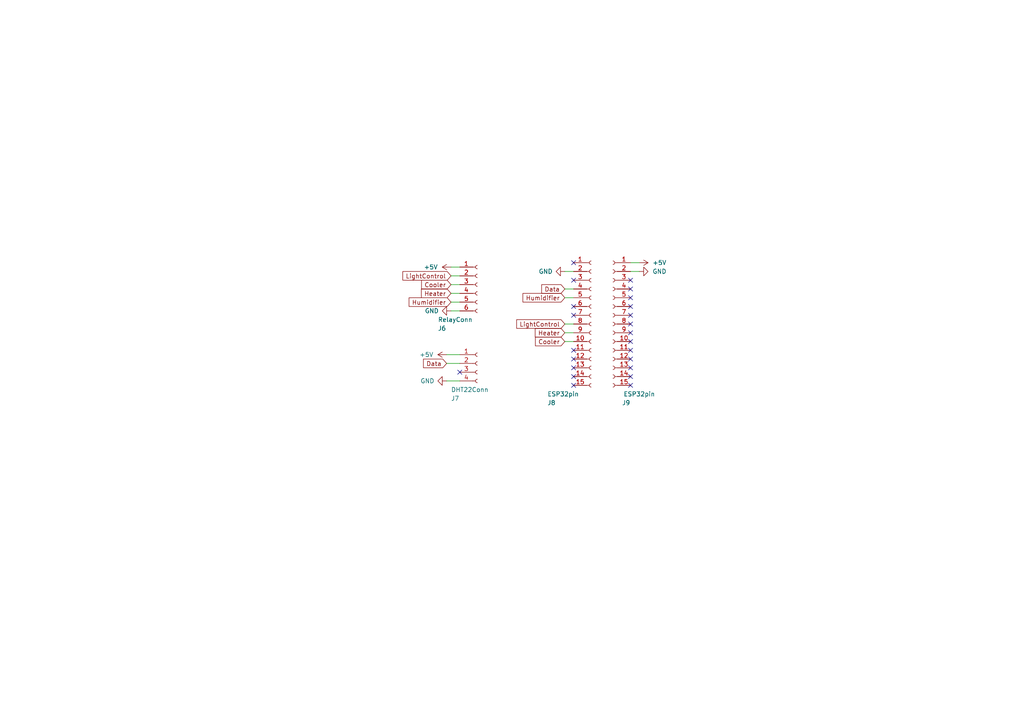
<source format=kicad_sch>
(kicad_sch (version 20211123) (generator eeschema)
  (paper "A4")
  (lib_symbols
    (symbol "Connector:Conn_01x04_Female" (pin_names (offset 1.016) hide)
      (property "Reference" "J" (at 0 5.08 0))
      (property "Value" "Conn_01x04_Female" (at 0 -7.62 0))
      (symbol "Conn_01x04_Female_1_1"
        (arc (start 0 -4.572) (mid -0.508 -5.08) (end 0 -5.588) (stroke (width 0.1524)))
        (arc (start 0 -2.032) (mid -0.508 -2.54) (end 0 -3.048) (stroke (width 0.1524)))
        (polyline (pts (xy -1.27 -5.08) (xy -0.508 -5.08)) (stroke (width 0.1524)))
        (polyline (pts (xy -1.27 -2.54) (xy -0.508 -2.54)) (stroke (width 0.1524)))
        (polyline (pts (xy -1.27 0) (xy -0.508 0)) (stroke (width 0.1524)))
        (polyline (pts (xy -1.27 2.54) (xy -0.508 2.54)) (stroke (width 0.1524)))
        (arc (start 0 0.508) (mid -0.508 0) (end 0 -0.508) (stroke (width 0.1524)))
        (arc (start 0 3.048) (mid -0.508 2.54) (end 0 2.032) (stroke (width 0.1524)))
        (pin passive line (at -5.08 2.54 0) (length 3.81) (name "Pin_1") (number "1"))
        (pin passive line (at -5.08 0 0) (length 3.81) (name "Pin_2") (number "2"))
        (pin passive line (at -5.08 -2.54 0) (length 3.81) (name "Pin_3") (number "3"))
        (pin passive line (at -5.08 -5.08 0) (length 3.81) (name "Pin_4") (number "4"))
      )
    )
    (symbol "Connector:Conn_01x06_Female" (pin_names (offset 1.016) hide)
      (property "Reference" "J" (at 0 7.62 0))
      (property "Value" "Conn_01x06_Female" (at 0 -10.16 0))
      (symbol "Conn_01x06_Female_1_1"
        (arc (start 0 -7.112) (mid -0.508 -7.62) (end 0 -8.128) (stroke (width 0.1524)))
        (arc (start 0 -4.572) (mid -0.508 -5.08) (end 0 -5.588) (stroke (width 0.1524)))
        (arc (start 0 -2.032) (mid -0.508 -2.54) (end 0 -3.048) (stroke (width 0.1524)))
        (polyline (pts (xy -1.27 -7.62) (xy -0.508 -7.62)) (stroke (width 0.1524)))
        (polyline (pts (xy -1.27 -5.08) (xy -0.508 -5.08)) (stroke (width 0.1524)))
        (polyline (pts (xy -1.27 -2.54) (xy -0.508 -2.54)) (stroke (width 0.1524)))
        (polyline (pts (xy -1.27 0) (xy -0.508 0)) (stroke (width 0.1524)))
        (polyline (pts (xy -1.27 2.54) (xy -0.508 2.54)) (stroke (width 0.1524)))
        (polyline (pts (xy -1.27 5.08) (xy -0.508 5.08)) (stroke (width 0.1524)))
        (arc (start 0 0.508) (mid -0.508 0) (end 0 -0.508) (stroke (width 0.1524)))
        (arc (start 0 3.048) (mid -0.508 2.54) (end 0 2.032) (stroke (width 0.1524)))
        (arc (start 0 5.588) (mid -0.508 5.08) (end 0 4.572) (stroke (width 0.1524)))
        (pin passive line (at -5.08 5.08 0) (length 3.81) (name "Pin_1") (number "1"))
        (pin passive line (at -5.08 2.54 0) (length 3.81) (name "Pin_2") (number "2"))
        (pin passive line (at -5.08 0 0) (length 3.81) (name "Pin_3") (number "3"))
        (pin passive line (at -5.08 -2.54 0) (length 3.81) (name "Pin_4") (number "4"))
        (pin passive line (at -5.08 -5.08 0) (length 3.81) (name "Pin_5") (number "5"))
        (pin passive line (at -5.08 -7.62 0) (length 3.81) (name "Pin_6") (number "6"))
      )
    )
    (symbol "Connector:Conn_01x15_Female" (pin_names (offset 1.016) hide)
      (property "Reference" "J" (at 0 20.32 0))
      (property "Value" "Conn_01x15_Female" (at 0 -20.32 0))
      (symbol "Conn_01x15_Female_1_1"
        (arc (start 0 -17.272) (mid -0.508 -17.78) (end 0 -18.288) (stroke (width 0.1524)))
        (arc (start 0 -14.732) (mid -0.508 -15.24) (end 0 -15.748) (stroke (width 0.1524)))
        (arc (start 0 -12.192) (mid -0.508 -12.7) (end 0 -13.208) (stroke (width 0.1524)))
        (arc (start 0 -9.652) (mid -0.508 -10.16) (end 0 -10.668) (stroke (width 0.1524)))
        (arc (start 0 -7.112) (mid -0.508 -7.62) (end 0 -8.128) (stroke (width 0.1524)))
        (arc (start 0 -4.572) (mid -0.508 -5.08) (end 0 -5.588) (stroke (width 0.1524)))
        (arc (start 0 -2.032) (mid -0.508 -2.54) (end 0 -3.048) (stroke (width 0.1524)))
        (polyline (pts (xy -1.27 -17.78) (xy -0.508 -17.78)) (stroke (width 0.1524)))
        (polyline (pts (xy -1.27 -15.24) (xy -0.508 -15.24)) (stroke (width 0.1524)))
        (polyline (pts (xy -1.27 -12.7) (xy -0.508 -12.7)) (stroke (width 0.1524)))
        (polyline (pts (xy -1.27 -10.16) (xy -0.508 -10.16)) (stroke (width 0.1524)))
        (polyline (pts (xy -1.27 -7.62) (xy -0.508 -7.62)) (stroke (width 0.1524)))
        (polyline (pts (xy -1.27 -5.08) (xy -0.508 -5.08)) (stroke (width 0.1524)))
        (polyline (pts (xy -1.27 -2.54) (xy -0.508 -2.54)) (stroke (width 0.1524)))
        (polyline (pts (xy -1.27 0) (xy -0.508 0)) (stroke (width 0.1524)))
        (polyline (pts (xy -1.27 2.54) (xy -0.508 2.54)) (stroke (width 0.1524)))
        (polyline (pts (xy -1.27 5.08) (xy -0.508 5.08)) (stroke (width 0.1524)))
        (polyline (pts (xy -1.27 7.62) (xy -0.508 7.62)) (stroke (width 0.1524)))
        (polyline (pts (xy -1.27 10.16) (xy -0.508 10.16)) (stroke (width 0.1524)))
        (polyline (pts (xy -1.27 12.7) (xy -0.508 12.7)) (stroke (width 0.1524)))
        (polyline (pts (xy -1.27 15.24) (xy -0.508 15.24)) (stroke (width 0.1524)))
        (polyline (pts (xy -1.27 17.78) (xy -0.508 17.78)) (stroke (width 0.1524)))
        (arc (start 0 0.508) (mid -0.508 0) (end 0 -0.508) (stroke (width 0.1524)))
        (arc (start 0 3.048) (mid -0.508 2.54) (end 0 2.032) (stroke (width 0.1524)))
        (arc (start 0 5.588) (mid -0.508 5.08) (end 0 4.572) (stroke (width 0.1524)))
        (arc (start 0 8.128) (mid -0.508 7.62) (end 0 7.112) (stroke (width 0.1524)))
        (arc (start 0 10.668) (mid -0.508 10.16) (end 0 9.652) (stroke (width 0.1524)))
        (arc (start 0 13.208) (mid -0.508 12.7) (end 0 12.192) (stroke (width 0.1524)))
        (arc (start 0 15.748) (mid -0.508 15.24) (end 0 14.732) (stroke (width 0.1524)))
        (arc (start 0 18.288) (mid -0.508 17.78) (end 0 17.272) (stroke (width 0.1524)))
        (pin passive line (at -5.08 17.78 0) (length 3.81) (name "Pin_1") (number "1"))
        (pin passive line (at -5.08 -5.08 0) (length 3.81) (name "Pin_10") (number "10"))
        (pin passive line (at -5.08 -7.62 0) (length 3.81) (name "Pin_11") (number "11"))
        (pin passive line (at -5.08 -10.16 0) (length 3.81) (name "Pin_12") (number "12"))
        (pin passive line (at -5.08 -12.7 0) (length 3.81) (name "Pin_13") (number "13"))
        (pin passive line (at -5.08 -15.24 0) (length 3.81) (name "Pin_14") (number "14"))
        (pin passive line (at -5.08 -17.78 0) (length 3.81) (name "Pin_15") (number "15"))
        (pin passive line (at -5.08 15.24 0) (length 3.81) (name "Pin_2") (number "2"))
        (pin passive line (at -5.08 12.7 0) (length 3.81) (name "Pin_3") (number "3"))
        (pin passive line (at -5.08 10.16 0) (length 3.81) (name "Pin_4") (number "4"))
        (pin passive line (at -5.08 7.62 0) (length 3.81) (name "Pin_5") (number "5"))
        (pin passive line (at -5.08 5.08 0) (length 3.81) (name "Pin_6") (number "6"))
        (pin passive line (at -5.08 2.54 0) (length 3.81) (name "Pin_7") (number "7"))
        (pin passive line (at -5.08 0 0) (length 3.81) (name "Pin_8") (number "8"))
        (pin passive line (at -5.08 -2.54 0) (length 3.81) (name "Pin_9") (number "9"))
      )
    )
    (symbol "power:+5V" (power) (pin_names (offset 0))
      (property "Value" "+5V" (at 0 3.556 0))
      (symbol "+5V_0_1"
        (polyline (pts (xy -0.762 1.27) (xy 0 2.54)))
        (polyline (pts (xy 0 0) (xy 0 2.54)))
        (polyline (pts (xy 0 2.54) (xy 0.762 1.27)))
      )
      (symbol "+5V_1_1"
        (pin power_in line (at 0 0 90) (length 0) hide (name "+5V") (number "1"))
      )
    )
    (symbol "power:GND" (power) (pin_names (offset 0))
      (property "Value" "GND" (at 0 -3.81 0))
      (symbol "GND_0_1"
        (polyline (pts (xy 0 0) (xy 0 -1.27) (xy 1.27 -1.27) (xy 0 -2.54) (xy -1.27 -1.27) (xy 0 -1.27)))
      )
      (symbol "GND_1_1"
        (pin power_in line (at 0 0 270) (length 0) hide (name "GND") (number "1"))
      )
    )
  )
  (no_connect (at 166.37 101.6))
  (no_connect (at 182.88 83.82))
  (no_connect (at 182.88 96.52))
  (no_connect (at 182.88 99.06))
  (no_connect (at 182.88 109.22))
  (no_connect (at 182.88 106.68))
  (no_connect (at 182.88 86.36))
  (no_connect (at 182.88 101.6))
  (no_connect (at 182.88 88.9))
  (no_connect (at 182.88 111.76))
  (no_connect (at 166.37 109.22))
  (no_connect (at 133.35 107.95))
  (no_connect (at 182.88 93.98))
  (no_connect (at 166.37 104.14))
  (no_connect (at 182.88 104.14))
  (no_connect (at 166.37 91.44))
  (no_connect (at 166.37 81.28))
  (no_connect (at 166.37 111.76))
  (no_connect (at 182.88 91.44))
  (no_connect (at 166.37 88.9))
  (no_connect (at 166.37 106.68))
  (no_connect (at 166.37 76.2))
  (no_connect (at 182.88 81.28))
  (wire (pts (xy 130.81 90.17) (xy 133.35 90.17)))
  (wire (pts (xy 129.54 105.41) (xy 133.35 105.41)))
  (wire (pts (xy 130.81 77.47) (xy 133.35 77.47)))
  (wire (pts (xy 163.83 96.52) (xy 166.37 96.52)))
  (wire (pts (xy 163.83 83.82) (xy 166.37 83.82)))
  (wire (pts (xy 163.83 86.36) (xy 166.37 86.36)))
  (wire (pts (xy 129.54 102.87) (xy 133.35 102.87)))
  (wire (pts (xy 130.81 87.63) (xy 133.35 87.63)))
  (wire (pts (xy 130.81 85.09) (xy 133.35 85.09)))
  (wire (pts (xy 163.83 99.06) (xy 166.37 99.06)))
  (wire (pts (xy 130.81 82.55) (xy 133.35 82.55)))
  (wire (pts (xy 163.83 78.74) (xy 166.37 78.74)))
  (wire (pts (xy 182.88 76.2) (xy 185.42 76.2)))
  (wire (pts (xy 130.81 80.01) (xy 133.35 80.01)))
  (wire (pts (xy 182.88 78.74) (xy 185.42 78.74)))
  (wire (pts (xy 163.83 93.98) (xy 166.37 93.98)))
  (wire (pts (xy 129.54 110.49) (xy 133.35 110.49)))
  (global_label "Cooler" (shape input) (at 163.83 99.06 180) (property "Intersheet References" "${INTERSHEET_REFS}" (effects hide)))
  (global_label "Data" (shape input) (at 129.54 105.41 180) (property "Intersheet References" "${INTERSHEET_REFS}" (effects hide)))
  (global_label "Humidifier" (shape input) (at 130.81 87.63 180) (property "Intersheet References" "${INTERSHEET_REFS}" (effects hide)))
  (global_label "Heater" (shape input) (at 163.83 96.52 180) (property "Intersheet References" "${INTERSHEET_REFS}" (effects hide)))
  (global_label "Data" (shape input) (at 163.83 83.82 180) (property "Intersheet References" "${INTERSHEET_REFS}" (effects hide)))
  (global_label "Humidifier" (shape input) (at 163.83 86.36 180) (property "Intersheet References" "${INTERSHEET_REFS}" (effects hide)))
  (global_label "Heater" (shape input) (at 130.81 85.09 180) (property "Intersheet References" "${INTERSHEET_REFS}" (effects hide)))
  (global_label "Cooler" (shape input) (at 130.81 82.55 180) (property "Intersheet References" "${INTERSHEET_REFS}" (effects hide)))
  (global_label "LightControl" (shape input) (at 163.83 93.98 180) (property "Intersheet References" "${INTERSHEET_REFS}" (effects hide)))
  (global_label "LightControl" (shape input) (at 130.81 80.01 180) (property "Intersheet References" "${INTERSHEET_REFS}" (effects hide)))
  (symbol (lib_id "power:GND") (at 129.54 110.49 270) (unit 1)
    (property "Reference" "#PWR021" (effects hide))
    (property "Value" "GND" (at 121.92 110.49 90) (effects (justify left)))
  )
  (symbol (lib_id "power:+5V") (at 129.54 102.87 90) (unit 1)
    (property "Reference" "#PWR020" (effects hide))
    (property "Value" "+5V" (at 125.73 102.8699 90) (effects (justify left)))
  )
  (symbol (lib_id "Connector:Conn_01x04_Female") (at 138.43 105.41 0) (unit 1)
    (property "Reference" "J7" (at 130.81 115.57 0) (effects (justify left)))
    (property "Value" "DHT22Conn" (at 130.81 113.03 0) (effects (justify left)))
  )
  (symbol (lib_id "Connector:Conn_01x15_Female") (at 177.8 93.98 0) (mirror y) (unit 1)
    (property "Reference" "J9" (at 181.61 116.84 0))
    (property "Value" "ESP32pin" (at 185.42 114.3 0))
  )
  (symbol (lib_id "power:GND") (at 130.81 90.17 270) (unit 1)
    (property "Reference" "#PWR023" (effects hide))
    (property "Value" "GND" (at 123.19 90.17 90) (effects (justify left)))
  )
  (symbol (lib_id "power:GND") (at 163.83 78.74 270) (unit 1)
    (property "Reference" "#PWR024" (effects hide))
    (property "Value" "GND" (at 156.21 78.74 90) (effects (justify left)))
  )
  (symbol (lib_id "power:+5V") (at 130.81 77.47 90) (unit 1)
    (property "Reference" "#PWR022" (effects hide))
    (property "Value" "+5V" (at 127 77.4699 90) (effects (justify left)))
  )
  (symbol (lib_id "power:GND") (at 185.42 78.74 90) (unit 1)
    (property "Reference" "#PWR026" (effects hide))
    (property "Value" "GND" (at 189.23 78.7399 90) (effects (justify right)))
  )
  (symbol (lib_id "Connector:Conn_01x06_Female") (at 138.43 82.55 0) (unit 1)
    (property "Reference" "J6" (at 127 95.25 0) (effects (justify left)))
    (property "Value" "RelayConn" (at 127 92.71 0) (effects (justify left)))
  )
  (symbol (lib_id "power:+5V") (at 185.42 76.2 270) (unit 1)
    (property "Reference" "#PWR025" (effects hide))
    (property "Value" "+5V" (at 189.23 76.1999 90) (effects (justify left)))
  )
  (symbol (lib_id "Connector:Conn_01x15_Female") (at 171.45 93.98 0) (unit 1)
    (property "Reference" "J8" (at 158.75 116.84 0) (effects (justify left)))
    (property "Value" "ESP32pin" (at 158.75 114.3 0) (effects (justify left)))
    (property "Footprint" "Connector_PinHeader_1.00mm:PinHeader_1x15_P1.00mm_Vertical" (effects hide))
  )
)
</source>
